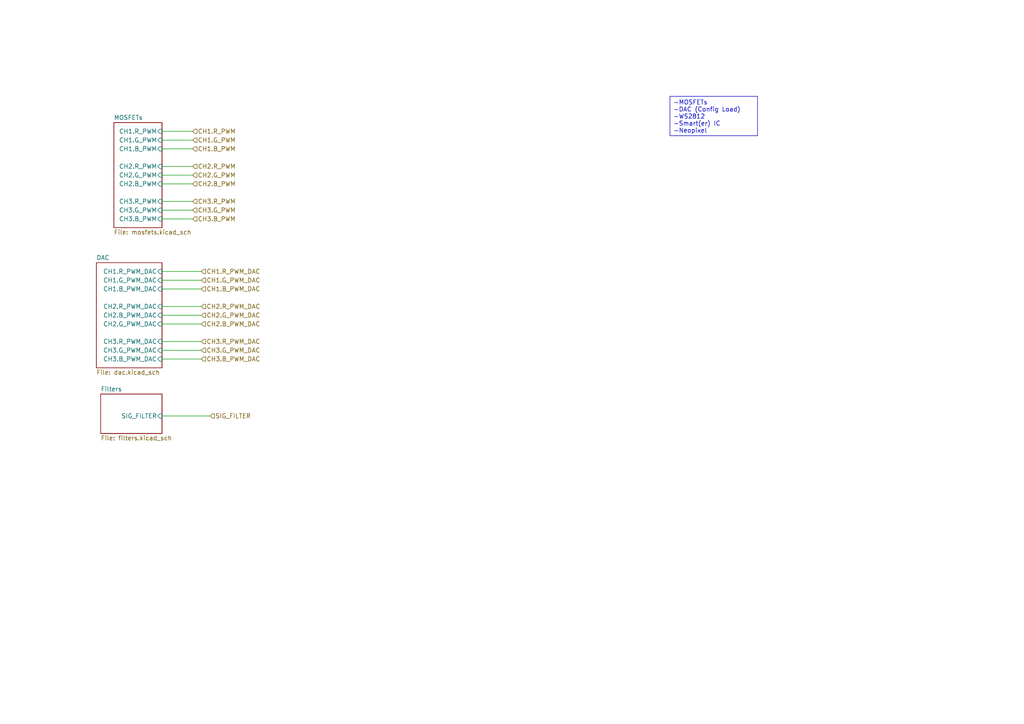
<source format=kicad_sch>
(kicad_sch (version 20230121) (generator eeschema)
  (paper "A4")
  (lib_symbols)
  (wire (pts (xy 46.99 91.44) (xy 58.42 91.44)))
  (wire (pts (xy 46.99 48.26) (xy 55.88 48.26)))
  (wire (pts (xy 46.99 50.8) (xy 55.88 50.8)))
  (wire (pts (xy 46.99 38.1) (xy 55.88 38.1)))
  (wire (pts (xy 46.99 78.74) (xy 58.42 78.74)))
  (wire (pts (xy 46.99 53.34) (xy 55.88 53.34)))
  (wire (pts (xy 46.99 63.5) (xy 55.88 63.5)))
  (wire (pts (xy 46.99 104.14) (xy 58.42 104.14)))
  (wire (pts (xy 46.99 60.96) (xy 55.88 60.96)))
  (wire (pts (xy 46.99 83.82) (xy 58.42 83.82)))
  (wire (pts (xy 46.99 88.9) (xy 58.42 88.9)))
  (wire (pts (xy 46.99 40.64) (xy 55.88 40.64)))
  (wire (pts (xy 46.99 120.65) (xy 60.96 120.65)))
  (wire (pts (xy 46.99 58.42) (xy 55.88 58.42)))
  (wire (pts (xy 46.99 43.18) (xy 55.88 43.18)))
  (wire (pts (xy 46.99 101.6) (xy 58.42 101.6)))
  (wire (pts (xy 46.99 93.98) (xy 58.42 93.98)))
  (wire (pts (xy 46.99 99.06) (xy 58.42 99.06)))
  (wire (pts (xy 46.99 81.28) (xy 58.42 81.28)))
  (text_box "-MOSFETs\n-DAC (Config Load)\n-WS2812\n-Smart(er) IC\n-Neopixel" (at 194.31 27.94 0) (size 25.4 11.43) (effects (font (size 1.27 1.27)) (justify left top)))
  (hierarchical_label "CH2.R_PWM_DAC" (shape input) (at 58.42 88.9 0))
  (hierarchical_label "CH2.B_PWM_DAC" (shape input) (at 58.42 93.98 0))
  (hierarchical_label "CH3.B_PWM_DAC" (shape input) (at 58.42 104.14 0))
  (hierarchical_label "CH1.R_PWM" (shape input) (at 55.88 38.1 0))
  (hierarchical_label "CH2.B_PWM" (shape input) (at 55.88 53.34 0))
  (hierarchical_label "CH2.G_PWM" (shape input) (at 55.88 50.8 0))
  (hierarchical_label "CH3.G_PWM" (shape input) (at 55.88 60.96 0))
  (hierarchical_label "CH3.B_PWM" (shape input) (at 55.88 63.5 0))
  (hierarchical_label "CH1.B_PWM" (shape input) (at 55.88 43.18 0))
  (hierarchical_label "CH1.G_PWM_DAC" (shape input) (at 58.42 81.28 0))
  (hierarchical_label "CH1.R_PWM_DAC" (shape input) (at 58.42 78.74 0))
  (hierarchical_label "CH3.R_PWM_DAC" (shape input) (at 58.42 99.06 0))
  (hierarchical_label "CH3.G_PWM_DAC" (shape input) (at 58.42 101.6 0))
  (hierarchical_label "CH2.G_PWM_DAC" (shape input) (at 58.42 91.44 0))
  (hierarchical_label "CH3.R_PWM" (shape input) (at 55.88 58.42 0))
  (hierarchical_label "CH1.B_PWM_DAC" (shape input) (at 58.42 83.82 0))
  (hierarchical_label "CH1.G_PWM" (shape input) (at 55.88 40.64 0))
  (hierarchical_label "SIG_FILTER" (shape input) (at 60.96 120.65 0))
  (hierarchical_label "CH2.R_PWM" (shape input) (at 55.88 48.26 0))
  (sheet (at 33.02 35.56) (size 13.97 30.48) (stroke (width 0.1524))
    (property "Sheetname" "MOSFETs" (at 33.02 34.8484 0) (effects (justify left bottom)))
    (property "Sheetfile" "mosfets.kicad_sch" (at 33.02 66.6246 0) (effects (justify left top)))
    (pin "CH1.R_PWM" input (at 46.99 38.1 0))
    (pin "CH1.G_PWM" input (at 46.99 40.64 0))
    (pin "CH2.R_PWM" input (at 46.99 48.26 0))
    (pin "CH1.B_PWM" input (at 46.99 43.18 0))
    (pin "CH2.G_PWM" input (at 46.99 50.8 0))
    (pin "CH2.B_PWM" input (at 46.99 53.34 0))
    (pin "CH3.R_PWM" input (at 46.99 58.42 0))
    (pin "CH3.G_PWM" input (at 46.99 60.96 0))
    (pin "CH3.B_PWM" input (at 46.99 63.5 0))
  )
  (sheet (at 27.94 76.2) (size 19.05 30.48) (stroke (width 0.1524))
    (property "Sheetname" "DAC" (at 27.94 75.4884 0) (effects (justify left bottom)))
    (property "Sheetfile" "dac.kicad_sch" (at 27.94 107.2646 0) (effects (justify left top)))
    (pin "CH3.R_PWM_DAC" input (at 46.99 99.06 0))
    (pin "CH3.G_PWM_DAC" input (at 46.99 101.6 0))
    (pin "CH3.B_PWM_DAC" input (at 46.99 104.14 0))
    (pin "CH2.R_PWM_DAC" input (at 46.99 88.9 0))
    (pin "CH1.G_PWM_DAC" input (at 46.99 81.28 0))
    (pin "CH1.R_PWM_DAC" input (at 46.99 78.74 0))
    (pin "CH1.B_PWM_DAC" input (at 46.99 83.82 0))
    (pin "CH2.G_PWM_DAC" input (at 46.99 93.98 0))
    (pin "CH2.B_PWM_DAC" input (at 46.99 91.44 0))
  )
  (sheet (at 29.21 114.3) (size 17.78 11.43) (stroke (width 0.1524))
    (property "Sheetname" "Filters" (at 29.21 113.5884 0) (effects (justify left bottom)))
    (property "Sheetfile" "filters.kicad_sch" (at 29.21 126.3146 0) (effects (justify left top)))
    (pin "SIG_FILTER" input (at 46.99 120.65 0))
  )
)
</source>
